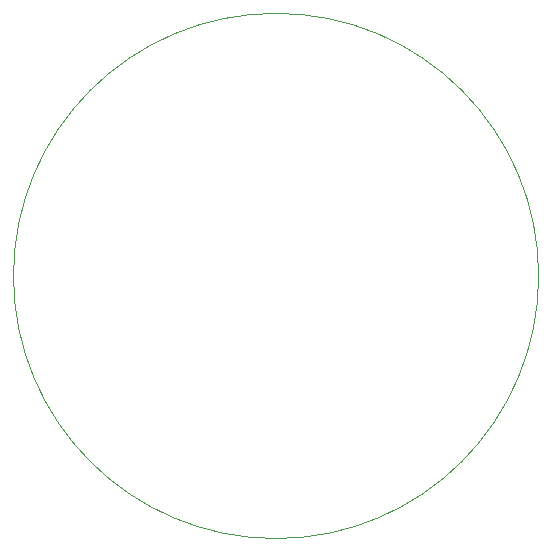
<source format=gm1>
%TF.GenerationSoftware,KiCad,Pcbnew,5.1.10*%
%TF.CreationDate,2021-10-22T01:17:49+03:00*%
%TF.ProjectId,breakouts_qfp,62726561-6b6f-4757-9473-5f7166702e6b,rev?*%
%TF.SameCoordinates,Original*%
%TF.FileFunction,Profile,NP*%
%FSLAX46Y46*%
G04 Gerber Fmt 4.6, Leading zero omitted, Abs format (unit mm)*
G04 Created by KiCad (PCBNEW 5.1.10) date 2021-10-22 01:17:49*
%MOMM*%
%LPD*%
G01*
G04 APERTURE LIST*
%TA.AperFunction,Profile*%
%ADD10C,0.050000*%
%TD*%
G04 APERTURE END LIST*
D10*
X153044070Y-71120000D02*
G75*
G03*
X153044070Y-71120000I-22234070J0D01*
G01*
M02*

</source>
